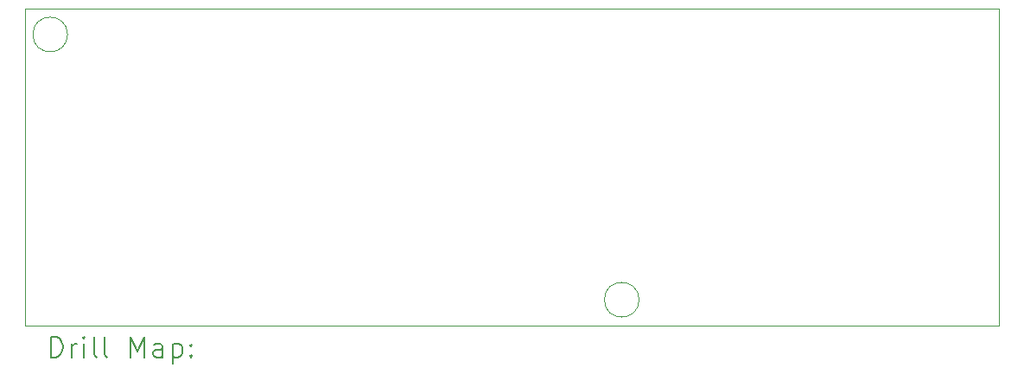
<source format=gbr>
%TF.GenerationSoftware,KiCad,Pcbnew,8.0.9*%
%TF.CreationDate,2025-05-02T01:54:57-05:00*%
%TF.ProjectId,GSR sensor,47535220-7365-46e7-936f-722e6b696361,rev?*%
%TF.SameCoordinates,Original*%
%TF.FileFunction,Drillmap*%
%TF.FilePolarity,Positive*%
%FSLAX45Y45*%
G04 Gerber Fmt 4.5, Leading zero omitted, Abs format (unit mm)*
G04 Created by KiCad (PCBNEW 8.0.9) date 2025-05-02 01:54:57*
%MOMM*%
%LPD*%
G01*
G04 APERTURE LIST*
%ADD10C,0.050000*%
%ADD11C,0.200000*%
G04 APERTURE END LIST*
D10*
X8720000Y-4400000D02*
G75*
G02*
X8380000Y-4400000I-170000J0D01*
G01*
X8380000Y-4400000D02*
G75*
G02*
X8720000Y-4400000I170000J0D01*
G01*
X14320000Y-7000000D02*
G75*
G02*
X13980000Y-7000000I-170000J0D01*
G01*
X13980000Y-7000000D02*
G75*
G02*
X14320000Y-7000000I170000J0D01*
G01*
X8300000Y-4150000D02*
X17850000Y-4150000D01*
X17850000Y-7250000D01*
X8300000Y-7250000D01*
X8300000Y-4150000D01*
D11*
X8558277Y-7563984D02*
X8558277Y-7363984D01*
X8558277Y-7363984D02*
X8605896Y-7363984D01*
X8605896Y-7363984D02*
X8634467Y-7373508D01*
X8634467Y-7373508D02*
X8653515Y-7392555D01*
X8653515Y-7392555D02*
X8663039Y-7411603D01*
X8663039Y-7411603D02*
X8672563Y-7449698D01*
X8672563Y-7449698D02*
X8672563Y-7478269D01*
X8672563Y-7478269D02*
X8663039Y-7516365D01*
X8663039Y-7516365D02*
X8653515Y-7535412D01*
X8653515Y-7535412D02*
X8634467Y-7554460D01*
X8634467Y-7554460D02*
X8605896Y-7563984D01*
X8605896Y-7563984D02*
X8558277Y-7563984D01*
X8758277Y-7563984D02*
X8758277Y-7430650D01*
X8758277Y-7468746D02*
X8767801Y-7449698D01*
X8767801Y-7449698D02*
X8777324Y-7440174D01*
X8777324Y-7440174D02*
X8796372Y-7430650D01*
X8796372Y-7430650D02*
X8815420Y-7430650D01*
X8882086Y-7563984D02*
X8882086Y-7430650D01*
X8882086Y-7363984D02*
X8872563Y-7373508D01*
X8872563Y-7373508D02*
X8882086Y-7383031D01*
X8882086Y-7383031D02*
X8891610Y-7373508D01*
X8891610Y-7373508D02*
X8882086Y-7363984D01*
X8882086Y-7363984D02*
X8882086Y-7383031D01*
X9005896Y-7563984D02*
X8986848Y-7554460D01*
X8986848Y-7554460D02*
X8977324Y-7535412D01*
X8977324Y-7535412D02*
X8977324Y-7363984D01*
X9110658Y-7563984D02*
X9091610Y-7554460D01*
X9091610Y-7554460D02*
X9082086Y-7535412D01*
X9082086Y-7535412D02*
X9082086Y-7363984D01*
X9339229Y-7563984D02*
X9339229Y-7363984D01*
X9339229Y-7363984D02*
X9405896Y-7506841D01*
X9405896Y-7506841D02*
X9472563Y-7363984D01*
X9472563Y-7363984D02*
X9472563Y-7563984D01*
X9653515Y-7563984D02*
X9653515Y-7459222D01*
X9653515Y-7459222D02*
X9643991Y-7440174D01*
X9643991Y-7440174D02*
X9624944Y-7430650D01*
X9624944Y-7430650D02*
X9586848Y-7430650D01*
X9586848Y-7430650D02*
X9567801Y-7440174D01*
X9653515Y-7554460D02*
X9634467Y-7563984D01*
X9634467Y-7563984D02*
X9586848Y-7563984D01*
X9586848Y-7563984D02*
X9567801Y-7554460D01*
X9567801Y-7554460D02*
X9558277Y-7535412D01*
X9558277Y-7535412D02*
X9558277Y-7516365D01*
X9558277Y-7516365D02*
X9567801Y-7497317D01*
X9567801Y-7497317D02*
X9586848Y-7487793D01*
X9586848Y-7487793D02*
X9634467Y-7487793D01*
X9634467Y-7487793D02*
X9653515Y-7478269D01*
X9748753Y-7430650D02*
X9748753Y-7630650D01*
X9748753Y-7440174D02*
X9767801Y-7430650D01*
X9767801Y-7430650D02*
X9805896Y-7430650D01*
X9805896Y-7430650D02*
X9824944Y-7440174D01*
X9824944Y-7440174D02*
X9834467Y-7449698D01*
X9834467Y-7449698D02*
X9843991Y-7468746D01*
X9843991Y-7468746D02*
X9843991Y-7525888D01*
X9843991Y-7525888D02*
X9834467Y-7544936D01*
X9834467Y-7544936D02*
X9824944Y-7554460D01*
X9824944Y-7554460D02*
X9805896Y-7563984D01*
X9805896Y-7563984D02*
X9767801Y-7563984D01*
X9767801Y-7563984D02*
X9748753Y-7554460D01*
X9929705Y-7544936D02*
X9939229Y-7554460D01*
X9939229Y-7554460D02*
X9929705Y-7563984D01*
X9929705Y-7563984D02*
X9920182Y-7554460D01*
X9920182Y-7554460D02*
X9929705Y-7544936D01*
X9929705Y-7544936D02*
X9929705Y-7563984D01*
X9929705Y-7440174D02*
X9939229Y-7449698D01*
X9939229Y-7449698D02*
X9929705Y-7459222D01*
X9929705Y-7459222D02*
X9920182Y-7449698D01*
X9920182Y-7449698D02*
X9929705Y-7440174D01*
X9929705Y-7440174D02*
X9929705Y-7459222D01*
M02*

</source>
